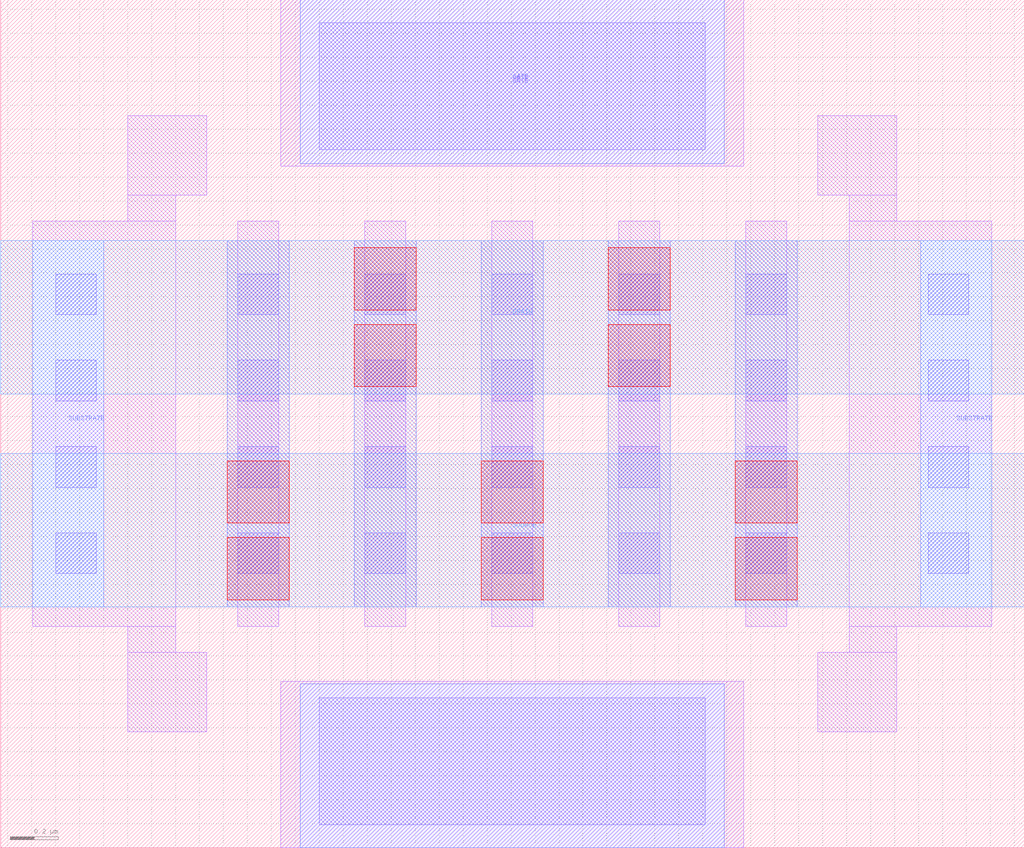
<source format=lef>
# Copyright 2020 The SkyWater PDK Authors
#
# Licensed under the Apache License, Version 2.0 (the "License");
# you may not use this file except in compliance with the License.
# You may obtain a copy of the License at
#
#     https://www.apache.org/licenses/LICENSE-2.0
#
# Unless required by applicable law or agreed to in writing, software
# distributed under the License is distributed on an "AS IS" BASIS,
# WITHOUT WARRANTIES OR CONDITIONS OF ANY KIND, either express or implied.
# See the License for the specific language governing permissions and
# limitations under the License.
#
# SPDX-License-Identifier: Apache-2.0

VERSION 5.7 ;
  NOWIREEXTENSIONATPIN ON ;
  DIVIDERCHAR "/" ;
  BUSBITCHARS "[]" ;
MACRO sky130_fd_pr__rf_nfet_01v8_lvt_cM04W1p65L0p25
  CLASS BLOCK ;
  FOREIGN sky130_fd_pr__rf_nfet_01v8_lvt_cM04W1p65L0p25 ;
  ORIGIN -0.070000  0.000000 ;
  SIZE  4.270000 BY  3.540000 ;
  PIN DRAIN
    ANTENNADIFFAREA  0.924000 ;
    PORT
      LAYER met2 ;
        RECT 0.070000 1.895000 4.340000 2.535000 ;
    END
  END DRAIN
  PIN GATE
    ANTENNAGATEAREA  1.650000 ;
    PORT
      LAYER li1 ;
        RECT 1.240000 0.000000 3.170000 0.695000 ;
        RECT 1.240000 2.845000 3.170000 3.540000 ;
      LAYER mcon ;
        RECT 1.400000 0.095000 3.010000 0.625000 ;
        RECT 1.400000 2.915000 3.010000 3.445000 ;
    END
    PORT
      LAYER met1 ;
        RECT 1.320000 0.000000 3.090000 0.685000 ;
        RECT 1.320000 2.855000 3.090000 3.540000 ;
    END
  END GATE
  PIN SOURCE
    ANTENNADIFFAREA  1.386000 ;
    PORT
      LAYER met2 ;
        RECT 0.070000 1.005000 4.340000 1.645000 ;
    END
  END SOURCE
  PIN SUBSTRATE
    ANTENNADIFFAREA  1.072500 ;
    ANTENNAGATEAREA  0.247500 ;
    PORT
      LAYER met1 ;
        RECT 0.205000 1.005000 0.500000 2.535000 ;
    END
    PORT
      LAYER met1 ;
        RECT 3.910000 1.005000 4.205000 2.535000 ;
    END
  END SUBSTRATE
  OBS
    LAYER li1 ;
      RECT 0.205000 0.925000 0.800000 2.615000 ;
      RECT 0.600000 0.485000 0.930000 0.815000 ;
      RECT 0.600000 0.815000 0.800000 0.925000 ;
      RECT 0.600000 2.615000 0.800000 2.725000 ;
      RECT 0.600000 2.725000 0.930000 3.055000 ;
      RECT 1.060000 0.925000 1.230000 2.615000 ;
      RECT 1.590000 0.925000 1.760000 2.615000 ;
      RECT 2.120000 0.925000 2.290000 2.615000 ;
      RECT 2.650000 0.925000 2.820000 2.615000 ;
      RECT 3.180000 0.925000 3.350000 2.615000 ;
      RECT 3.480000 0.485000 3.810000 0.815000 ;
      RECT 3.480000 2.725000 3.810000 3.055000 ;
      RECT 3.610000 0.815000 3.810000 0.925000 ;
      RECT 3.610000 0.925000 4.205000 2.615000 ;
      RECT 3.610000 2.615000 3.810000 2.725000 ;
    LAYER mcon ;
      RECT 0.300000 1.145000 0.470000 1.315000 ;
      RECT 0.300000 1.505000 0.470000 1.675000 ;
      RECT 0.300000 1.865000 0.470000 2.035000 ;
      RECT 0.300000 2.225000 0.470000 2.395000 ;
      RECT 1.060000 1.145000 1.230000 1.315000 ;
      RECT 1.060000 1.505000 1.230000 1.675000 ;
      RECT 1.060000 1.865000 1.230000 2.035000 ;
      RECT 1.060000 2.225000 1.230000 2.395000 ;
      RECT 1.590000 1.145000 1.760000 1.315000 ;
      RECT 1.590000 1.505000 1.760000 1.675000 ;
      RECT 1.590000 1.865000 1.760000 2.035000 ;
      RECT 1.590000 2.225000 1.760000 2.395000 ;
      RECT 2.120000 1.145000 2.290000 1.315000 ;
      RECT 2.120000 1.505000 2.290000 1.675000 ;
      RECT 2.120000 1.865000 2.290000 2.035000 ;
      RECT 2.120000 2.225000 2.290000 2.395000 ;
      RECT 2.650000 1.145000 2.820000 1.315000 ;
      RECT 2.650000 1.505000 2.820000 1.675000 ;
      RECT 2.650000 1.865000 2.820000 2.035000 ;
      RECT 2.650000 2.225000 2.820000 2.395000 ;
      RECT 3.180000 1.145000 3.350000 1.315000 ;
      RECT 3.180000 1.505000 3.350000 1.675000 ;
      RECT 3.180000 1.865000 3.350000 2.035000 ;
      RECT 3.180000 2.225000 3.350000 2.395000 ;
      RECT 3.940000 1.145000 4.110000 1.315000 ;
      RECT 3.940000 1.505000 4.110000 1.675000 ;
      RECT 3.940000 1.865000 4.110000 2.035000 ;
      RECT 3.940000 2.225000 4.110000 2.395000 ;
    LAYER met1 ;
      RECT 1.015000 1.005000 1.275000 2.535000 ;
      RECT 1.545000 1.005000 1.805000 2.535000 ;
      RECT 2.075000 1.005000 2.335000 2.535000 ;
      RECT 2.605000 1.005000 2.865000 2.535000 ;
      RECT 3.135000 1.005000 3.395000 2.535000 ;
    LAYER via ;
      RECT 1.015000 1.035000 1.275000 1.295000 ;
      RECT 1.015000 1.355000 1.275000 1.615000 ;
      RECT 1.545000 1.925000 1.805000 2.185000 ;
      RECT 1.545000 2.245000 1.805000 2.505000 ;
      RECT 2.075000 1.035000 2.335000 1.295000 ;
      RECT 2.075000 1.355000 2.335000 1.615000 ;
      RECT 2.605000 1.925000 2.865000 2.185000 ;
      RECT 2.605000 2.245000 2.865000 2.505000 ;
      RECT 3.135000 1.035000 3.395000 1.295000 ;
      RECT 3.135000 1.355000 3.395000 1.615000 ;
  END
END sky130_fd_pr__rf_nfet_01v8_lvt_cM04W1p65L0p25
END LIBRARY

</source>
